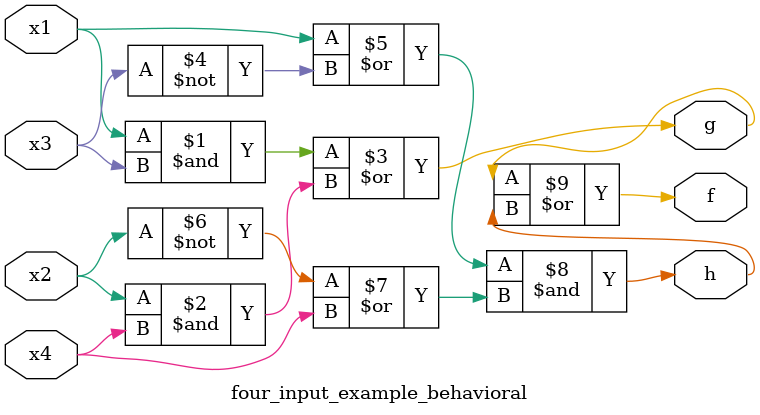
<source format=v>
`timescale 1ns / 1ns


module four_input_example (
    x1,
    x2,
    x3,
    x4,
    f,
    g,
    h
);
  input x1, x2, x3, x4;
  output f, g, h;

  and (a1_3, x1, x3);
  and (a2_4, x2, x4);

  // not(nx3, x3); == ~x3
  or (o1_n3, x1, ~x3);
  or (on2_4, ~x2, x4);

  or (g, a1_3, a2_4);
  and (h, o1_n3, on2_4);

  or (f, g, h);

endmodule

// this is equivalent to the above
module four_input_example_behavioral (
    x1,
    x2,
    x3,
    x4,
    f,
    g,
    h
);
  input x1, x2, x3, x4;
  output f, g, h;

  assign g = (x1 & x3) | (x2 & x4);  // while these parenths are not needed, I think it's clearer
  assign h = (x1 | ~x3) & (~x2 | x4);
  assign f = g | h;
endmodule

</source>
